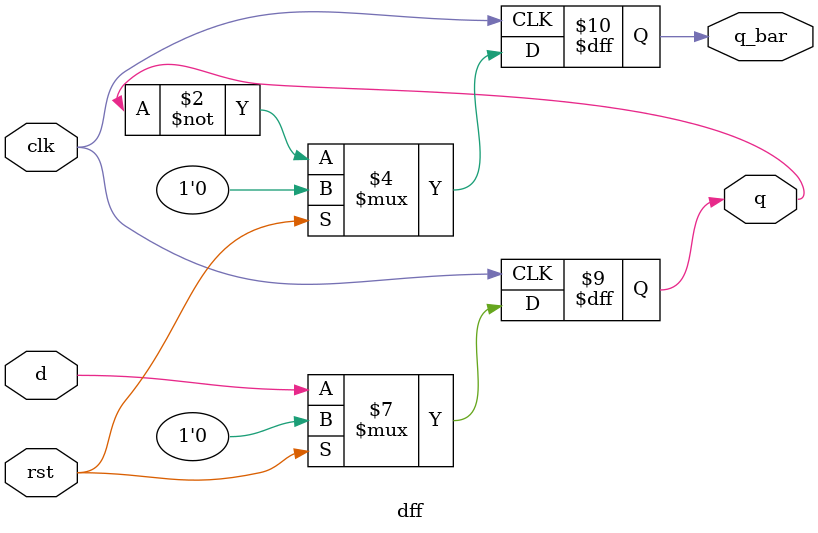
<source format=v>
module dff(d, clk, q, q_bar, rst);
  input d;
  input rst;
  input clk;
  output reg q;
  output reg q_bar;
  always @ (posedge clk) begin
    if(rst)begin
      q <= 0;
      q_bar = 0;
    end
    else begin
      q <= d;
      q_bar = ~q;
    end
    $display("Time = %0d, Reset = %0d, D = %0d, Q = %0d, Q_Bar = %0d", $time, rst, d, q, q_bar);
  end
endmodule

</source>
